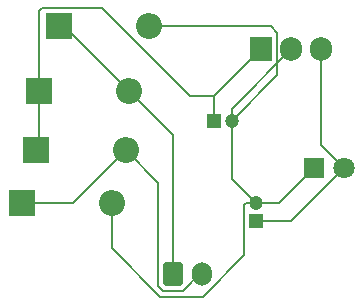
<source format=gbr>
%TF.GenerationSoftware,KiCad,Pcbnew,8.0.6*%
%TF.CreationDate,2024-11-05T23:49:33+05:30*%
%TF.ProjectId,power_suppy,706f7765-725f-4737-9570-70792e6b6963,rev?*%
%TF.SameCoordinates,Original*%
%TF.FileFunction,Copper,L1,Top*%
%TF.FilePolarity,Positive*%
%FSLAX46Y46*%
G04 Gerber Fmt 4.6, Leading zero omitted, Abs format (unit mm)*
G04 Created by KiCad (PCBNEW 8.0.6) date 2024-11-05 23:49:33*
%MOMM*%
%LPD*%
G01*
G04 APERTURE LIST*
G04 Aperture macros list*
%AMRoundRect*
0 Rectangle with rounded corners*
0 $1 Rounding radius*
0 $2 $3 $4 $5 $6 $7 $8 $9 X,Y pos of 4 corners*
0 Add a 4 corners polygon primitive as box body*
4,1,4,$2,$3,$4,$5,$6,$7,$8,$9,$2,$3,0*
0 Add four circle primitives for the rounded corners*
1,1,$1+$1,$2,$3*
1,1,$1+$1,$4,$5*
1,1,$1+$1,$6,$7*
1,1,$1+$1,$8,$9*
0 Add four rect primitives between the rounded corners*
20,1,$1+$1,$2,$3,$4,$5,0*
20,1,$1+$1,$4,$5,$6,$7,0*
20,1,$1+$1,$6,$7,$8,$9,0*
20,1,$1+$1,$8,$9,$2,$3,0*%
G04 Aperture macros list end*
%TA.AperFunction,ComponentPad*%
%ADD10R,1.200000X1.200000*%
%TD*%
%TA.AperFunction,ComponentPad*%
%ADD11C,1.200000*%
%TD*%
%TA.AperFunction,ComponentPad*%
%ADD12R,2.200000X2.200000*%
%TD*%
%TA.AperFunction,ComponentPad*%
%ADD13O,2.200000X2.200000*%
%TD*%
%TA.AperFunction,ComponentPad*%
%ADD14RoundRect,0.250000X-0.600000X-0.750000X0.600000X-0.750000X0.600000X0.750000X-0.600000X0.750000X0*%
%TD*%
%TA.AperFunction,ComponentPad*%
%ADD15O,1.700000X2.000000*%
%TD*%
%TA.AperFunction,ComponentPad*%
%ADD16R,1.800000X1.800000*%
%TD*%
%TA.AperFunction,ComponentPad*%
%ADD17C,1.800000*%
%TD*%
%TA.AperFunction,ComponentPad*%
%ADD18R,1.905000X2.000000*%
%TD*%
%TA.AperFunction,ComponentPad*%
%ADD19O,1.905000X2.000000*%
%TD*%
%TA.AperFunction,Conductor*%
%ADD20C,0.200000*%
%TD*%
G04 APERTURE END LIST*
D10*
%TO.P,C1,1*%
%TO.N,Net-(D2-K)*%
X68154801Y-45500000D03*
D11*
%TO.P,C1,2*%
%TO.N,Net-(D1-A)*%
X69654801Y-45500000D03*
%TD*%
D10*
%TO.P,C2,1*%
%TO.N,Net-(D5-A)*%
X71690000Y-54000000D03*
D11*
%TO.P,C2,2*%
%TO.N,Net-(D1-A)*%
X71690000Y-52500000D03*
%TD*%
D12*
%TO.P,D1,1,K*%
%TO.N,Net-(D1-K)*%
X55070000Y-37500000D03*
D13*
%TO.P,D1,2,A*%
%TO.N,Net-(D1-A)*%
X62690000Y-37500000D03*
%TD*%
D14*
%TO.P,Input1,1,Pin_1*%
%TO.N,Net-(D1-K)*%
X64690000Y-58500000D03*
D15*
%TO.P,Input1,2,Pin_2*%
%TO.N,Net-(D3-K)*%
X67190000Y-58500000D03*
%TD*%
D12*
%TO.P,D2,1,K*%
%TO.N,Net-(D2-K)*%
X53380000Y-43000000D03*
D13*
%TO.P,D2,2,A*%
%TO.N,Net-(D1-K)*%
X61000000Y-43000000D03*
%TD*%
D16*
%TO.P,D5,1,K*%
%TO.N,Net-(D1-A)*%
X76650000Y-49500000D03*
D17*
%TO.P,D5,2,A*%
%TO.N,Net-(D5-A)*%
X79190000Y-49500000D03*
%TD*%
D18*
%TO.P,U1,1,VI*%
%TO.N,Net-(D2-K)*%
X72150000Y-39445000D03*
D19*
%TO.P,U1,2,GND*%
%TO.N,Net-(D1-A)*%
X74690000Y-39445000D03*
%TO.P,U1,3,VO*%
%TO.N,Net-(D5-A)*%
X77230000Y-39445000D03*
%TD*%
D12*
%TO.P,D3,1,K*%
%TO.N,Net-(D3-K)*%
X51880000Y-52500000D03*
D13*
%TO.P,D3,2,A*%
%TO.N,Net-(D1-A)*%
X59500000Y-52500000D03*
%TD*%
D12*
%TO.P,D4,1,K*%
%TO.N,Net-(D2-K)*%
X53070000Y-48000000D03*
D13*
%TO.P,D4,2,A*%
%TO.N,Net-(D3-K)*%
X60690000Y-48000000D03*
%TD*%
D20*
%TO.N,Net-(D2-K)*%
X66094999Y-43440199D02*
X58654800Y-36000000D01*
X68154801Y-43440199D02*
X66094999Y-43440199D01*
X72150000Y-39445000D02*
X68154801Y-43440199D01*
X53380000Y-36190000D02*
X53380000Y-43000000D01*
X58654800Y-36000000D02*
X53570000Y-36000000D01*
X68154801Y-43440199D02*
X68154801Y-45500000D01*
X53380000Y-47690000D02*
X53070000Y-48000000D01*
X53570000Y-36000000D02*
X53380000Y-36190000D01*
X53380000Y-43000000D02*
X53380000Y-47690000D01*
%TO.N,Net-(D1-A)*%
X71690000Y-52500000D02*
X69654801Y-50464801D01*
X69654801Y-44480199D02*
X74690000Y-39445000D01*
X70690000Y-52651472D02*
X70841472Y-52500000D01*
X72957500Y-37500000D02*
X62690000Y-37500000D01*
X69654801Y-45500000D02*
X69654801Y-44464801D01*
X73502500Y-41652301D02*
X73502500Y-38045000D01*
X63606727Y-60400000D02*
X67207767Y-60400000D01*
X69654801Y-45500000D02*
X69654801Y-44480199D01*
X69654801Y-50464801D02*
X69654801Y-45500000D01*
X73650000Y-52500000D02*
X76650000Y-49500000D01*
X59500000Y-52500000D02*
X59500000Y-56293273D01*
X69654801Y-45500000D02*
X73502500Y-41652301D01*
X59500000Y-56293273D02*
X63606727Y-60400000D01*
X70841472Y-52500000D02*
X71690000Y-52500000D01*
X70690000Y-56917767D02*
X70690000Y-52651472D01*
X67207767Y-60400000D02*
X70690000Y-56917767D01*
X73502500Y-38045000D02*
X72957500Y-37500000D01*
X71690000Y-52500000D02*
X73650000Y-52500000D01*
%TO.N,Net-(D5-A)*%
X74690000Y-54000000D02*
X79190000Y-49500000D01*
X71690000Y-54000000D02*
X74690000Y-54000000D01*
X77230000Y-47540000D02*
X79190000Y-49500000D01*
X77230000Y-39445000D02*
X77230000Y-47540000D01*
%TO.N,Net-(D1-K)*%
X64690000Y-58500000D02*
X64690000Y-46690000D01*
X64690000Y-46690000D02*
X61000000Y-43000000D01*
X55500000Y-37500000D02*
X61000000Y-43000000D01*
X55070000Y-37500000D02*
X55500000Y-37500000D01*
%TO.N,Net-(D3-K)*%
X63440000Y-50750000D02*
X60690000Y-48000000D01*
X67190000Y-58500000D02*
X67190000Y-58276166D01*
X63813834Y-59900000D02*
X63440000Y-59526166D01*
X65566166Y-59900000D02*
X63813834Y-59900000D01*
X51880000Y-52500000D02*
X56190000Y-52500000D01*
X56190000Y-52500000D02*
X60690000Y-48000000D01*
X63440000Y-59526166D02*
X63440000Y-50750000D01*
X67190000Y-58276166D02*
X65566166Y-59900000D01*
%TD*%
M02*

</source>
